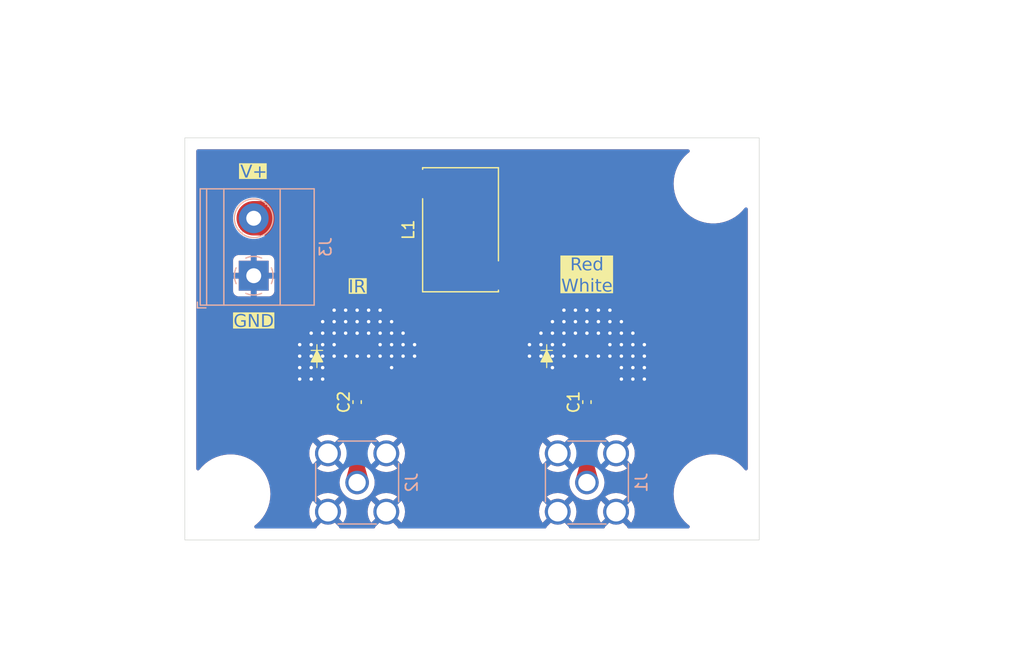
<source format=kicad_pcb>
(kicad_pcb (version 20240108) (generator "pcbnew") (generator_version "8.0")
  (layers (0 "F.Cu" signal) (31 "B.Cu" signal) (34 "B.Paste" user) (35 "F.Paste" user) (36 "B.SilkS" user "B.Silkscreen") (37 "F.SilkS" user "F.Silkscreen") (38 "B.Mask" user) (39 "F.Mask" user) (44 "Edge.Cuts" user))
  (net 0 "")
  (net 1 "GND")
  (net 2 "Net-(J1-In)")
  (net 3 "Net-(J2-In)")
  (net 4 "Net-(J3-Pin_2)")
  (net 5 "Net-(LED1-anode)")
  (footprint "MountingHole:MountingHole_3.2mm_M3_DIN965" (layer "F.Cu") (at 181 116)
    (property "Reference" "H3" (hide yes))
    (property "Value" "M3 Mounting hole")
    (pad "" np_thru_hole circle (at 0 0) (size 3.2 3.2) (drill 3.2) (layers "*.Cu" "*.Mask"))
  )
  (footprint "LumiCom_Led:SFH 47167B" (layer "F.Cu") (at 150 104)
    (property "Reference" "LED1" (hide yes))
    (property "Value" "SFH 47167B")
    (fp_line (start -4 -0.5) (end -3 -0.5) (stroke (width 0.1)) (layer "F.SilkS"))
    (fp_line (start -3.5 -1) (end -3.5 1) (stroke (width 0.1)) (layer "F.SilkS"))
    (fp_poly (pts (xy -4 0.5) (xy -3.5 -0.5) (xy -3 0.5)) (stroke (width 0.1)) (fill solid) (layer "F.SilkS"))
    (pad "1" smd rect (at 0 -1.125) (size 2.8 0.55) (layers "F.Cu" "F.Paste" "F.Mask") (net 1 "GND"))
    (pad "2" smd rect (at 0 0) (size 2.8 1) (layers "F.Cu" "F.Paste" "F.Mask") (net 1 "GND"))
    (pad "3" smd rect (at 0 1.125) (size 2.8 0.55) (layers "F.Cu" "F.Paste" "F.Mask") (net 5 "Net-(LED1-anode)"))
  )
  (footprint "LumiCom_Led:L_Wurth_WE-CAIR-5910" (layer "F.Cu") (at 159 93 90)
    (property "Reference" "L1" (at 0 -4.54 90) (layer "F.SilkS"))
    (property "Value" "206nH 3A Air coil")
    (fp_line (start 5.4 -3.3) (end 5.26 -3.3) (stroke (width 0.12)) (layer "F.SilkS"))
    (fp_line (start 2.7 -3.3) (end -5.4 -3.3) (stroke (width 0.12)) (layer "F.SilkS"))
    (fp_line (start -5.4 -3.3) (end -5.4 3.3) (stroke (width 0.12)) (layer "F.SilkS"))
    (fp_line (start 5.4 3.3) (end 5.4 -3.3) (stroke (width 0.12)) (layer "F.SilkS"))
    (fp_line (start -2.7 3.3) (end 5.4 3.3) (stroke (width 0.12)) (layer "F.SilkS"))
    (fp_line (start -5.4 3.3) (end -5.26 3.3) (stroke (width 0.12)) (layer "F.SilkS"))
    (pad "1" smd roundrect (at -3.98 1.21 270) (size 2.04 4.7) (layers "F.Cu" "F.Paste" "F.Mask") (roundrect_rratio 0.1225490196) (net 5 "Net-(LED1-anode)"))
    (pad "2" smd roundrect (at 3.98 -1.21 270) (size 2.04 4.7) (layers "F.Cu" "F.Paste" "F.Mask") (roundrect_rratio 0.1225490196) (net 4 "Net-(J3-Pin_2)"))
  )
  (footprint "MountingHole:MountingHole_3.2mm_M3_DIN965" (layer "F.Cu") (at 181 89)
    (property "Reference" "H1" (hide yes))
    (property "Value" "M3 Mounting hole")
    (pad "" np_thru_hole circle (at 0 0) (size 3.2 3.2) (drill 3.2) (layers "*.Cu" "*.Mask"))
  )
  (footprint "MountingHole:MountingHole_3.2mm_M3_DIN965" (layer "F.Cu") (at 139 116)
    (property "Reference" "H2" (hide yes))
    (property "Value" "M3 Mounting hole")
    (pad "" np_thru_hole circle (at 0 0) (size 3.2 3.2) (drill 3.2) (layers "*.Cu" "*.Mask"))
  )
  (footprint "Capacitor_SMD:C_0402_1005Metric_Pad0.74x0.62mm_HandSolder" (layer "F.Cu") (at 150 108 90)
    (property "Reference" "C2" (at 0 -1.16 90) (layer "F.SilkS"))
    (property "Value" ".1uF")
    (fp_line (start -0.115835 -0.36) (end 0.115835 -0.36) (stroke (width 0.12)) (layer "F.SilkS"))
    (fp_line (start -0.115835 0.36) (end 0.115835 0.36) (stroke (width 0.12)) (layer "F.SilkS"))
    (pad "1" smd roundrect (at -0.5675 0 90) (size 0.735 0.62) (layers "F.Cu" "F.Paste" "F.Mask") (net 3 "Net-(J2-In)"))
    (pad "2" smd roundrect (at 0.5675 0 90) (size 0.735 0.62) (layers "F.Cu" "F.Paste" "F.Mask") (net 5 "Net-(LED1-anode)"))
  )
  (footprint "LumiCom_Led:LED_CREE_XPLx" (layer "F.Cu") (at 170 104)
    (property "Reference" "LED2" (hide yes))
    (property "Value" "XPERED-L1-0000-00501")
    (fp_line (start -4 -0.5) (end -3 -0.5) (stroke (width 0.1)) (layer "F.SilkS"))
    (fp_line (start -3.5 -1) (end -3.5 1) (stroke (width 0.1)) (layer "F.SilkS"))
    (fp_poly (pts (xy -4 0.5) (xy -3.5 -0.5) (xy -3 0.5)) (stroke (width 0.1)) (fill solid) (layer "F.SilkS"))
    (pad "1" smd rect (at 0 -1.397) (size 3.302 0.508) (layers "F.Cu" "F.Paste" "F.Mask") (net 1 "GND"))
    (pad "2" smd rect (at 0 0) (size 3.302 1.2954) (layers "F.Cu" "F.Paste" "F.Mask") (net 1 "GND"))
    (pad "3" smd rect (at 0 1.397) (size 3.302 0.508) (layers "F.Cu" "F.Paste" "F.Mask") (net 5 "Net-(LED1-anode)"))
  )
  (footprint "Capacitor_SMD:C_0402_1005Metric_Pad0.74x0.62mm_HandSolder" (layer "F.Cu") (at 170 108 90)
    (property "Reference" "C1" (at 0 -1.16 90) (layer "F.SilkS"))
    (property "Value" ".1uF")
    (fp_line (start -0.115835 -0.36) (end 0.115835 -0.36) (stroke (width 0.12)) (layer "F.SilkS"))
    (fp_line (start -0.115835 0.36) (end 0.115835 0.36) (stroke (width 0.12)) (layer "F.SilkS"))
    (pad "1" smd roundrect (at -0.5675 0 90) (size 0.735 0.62) (layers "F.Cu" "F.Paste" "F.Mask") (net 2 "Net-(J1-In)"))
    (pad "2" smd roundrect (at 0.5675 0 90) (size 0.735 0.62) (layers "F.Cu" "F.Paste" "F.Mask") (net 5 "Net-(LED1-anode)"))
  )
  (footprint "TerminalBlock_Phoenix:TerminalBlock_Phoenix_MKDS-1,5-2_1x02_P5.00mm_Horizontal" (layer "B.Cu") (at 141 97 90)
    (property "Reference" "J3" (at 2.5 6.259999 -90) (layer "B.SilkS") (effects (justify mirror)))
    (property "Value" "Vdc")
    (fp_line (start -2.3 -4.9) (end -2.8 -4.9) (stroke (width 0.12)) (layer "B.SilkS"))
    (fp_line (start -2.8 -4.9) (end -2.8 -4.16) (stroke (width 0.12)) (layer "B.SilkS"))
    (fp_line (start 7.56 -4.66) (end -2.56 -4.66) (stroke (width 0.12)) (layer "B.SilkS"))
    (fp_line (start 7.56 -4.66) (end 7.56 5.261) (stroke (width 0.12)) (layer "B.SilkS"))
    (fp_line (start -2.56 -4.66) (end -2.56 5.261) (stroke (width 0.12)) (layer "B.SilkS"))
    (fp_line (start 7.56 -4.1) (end -2.56 -4.1) (stroke (width 0.12)) (layer "B.SilkS"))
    (fp_line (start 7.56 -2.6) (end -2.56 -2.6) (stroke (width 0.12)) (layer "B.SilkS"))
    (fp_line (start 3.931 -1.274) (end 3.966 -1.239) (stroke (width 0.12)) (layer "B.SilkS"))
    (fp_line (start 3.726 -1.069) (end 3.773 -1.023) (stroke (width 0.12)) (layer "B.SilkS"))
    (fp_line (start 6.228 1.023) (end 6.275 1.069) (stroke (width 0.12)) (layer "B.SilkS"))
    (fp_line (start 6.035 1.239) (end 6.07 1.275) (stroke (width 0.12)) (layer "B.SilkS"))
    (fp_line (start 7.56 2.301) (end -2.56 2.301) (stroke (width 0.12)) (layer "B.SilkS"))
    (fp_line (start 7.56 5.261) (end -2.56 5.261) (stroke (width 0.12)) (layer "B.SilkS"))
    (fp_arc (start 0 -1.679999) (mid 0.349292 -1.643287) (end 0.683318 -1.534756) (stroke (width 0.12)) (layer "B.SilkS"))
    (fp_arc (start -0.684 -1.535) (mid -0.335551 -1.646659) (end 0.028805 -1.680253) (stroke (width 0.12)) (layer "B.SilkS"))
    (fp_arc (start 1.535 -0.684) (mid 1.6805 -0.000524) (end 1.535427 0.683042) (stroke (width 0.12)) (layer "B.SilkS"))
    (fp_arc (start -1.535 0.684) (mid -1.680501 0.000524) (end -1.535427 -0.683042) (stroke (width 0.12)) (layer "B.SilkS"))
    (fp_arc (start 0.684 1.535) (mid 0.000524 1.680501) (end -0.683042 1.535427) (stroke (width 0.12)) (layer "B.SilkS"))
    (fp_circle (center 5 0) (end 6.68 0) (stroke (width 0.12)) (fill none) (layer "B.SilkS"))
    (pad "1" thru_hole rect (at 0 0 90) (size 2.6 2.6) (drill 1.3) (layers "*.Cu" "*.Mask") (net 1 "GND"))
    (pad "2" thru_hole circle (at 5 0 90) (size 2.6 2.6) (drill 1.3) (layers "*.Cu" "*.Mask") (net 4 "Net-(J3-Pin_2)"))
  )
  (footprint "LumiCom_Led:RFPC-SMA28-F" (layer "B.Cu") (at 150 115 90)
    (property "Reference" "J2" (at 0 4.75 90) (layer "B.SilkS") (effects (justify mirror)))
    (property "Value" "RFPC-SMA28-F")
    (fp_line (start 1.66 -3.61) (end -1.66 -3.61) (stroke (width 0.12)) (layer "B.SilkS"))
    (fp_line (start 3.61 -1.66) (end 3.61 1.66) (stroke (width 0.12)) (layer "B.SilkS"))
    (fp_line (start -3.61 -1.66) (end -3.61 1.66) (stroke (width 0.12)) (layer "B.SilkS"))
    (fp_line (start 1.66 3.61) (end -1.66 3.61) (stroke (width 0.12)) (layer "B.SilkS"))
    (pad "1" thru_hole circle (at 0 0 90) (size 2.05 2.05) (drill 1.5) (layers "*.Cu" "*.Mask") (net 3 "Net-(J2-In)"))
    (pad "2" thru_hole circle (at -2.54 -2.54 90) (size 2.25 2.25) (drill 1.7) (layers "*.Cu" "*.Mask") (net 1 "GND"))
    (pad "2" thru_hole circle (at -2.54 2.54 90) (size 2.25 2.25) (drill 1.7) (layers "*.Cu" "*.Mask") (net 1 "GND"))
    (pad "2" thru_hole circle (at 2.54 -2.54 90) (size 2.25 2.25) (drill 1.7) (layers "*.Cu" "*.Mask") (net 1 "GND"))
    (pad "2" thru_hole circle (at 2.54 2.54 90) (size 2.25 2.25) (drill 1.7) (layers "*.Cu" "*.Mask") (net 1 "GND"))
  )
  (footprint "LumiCom_Led:RFPC-SMA28-F" (layer "B.Cu") (at 170 115 90)
    (property "Reference" "J1" (at 0 4.75 90) (layer "B.SilkS") (effects (justify mirror)))
    (property "Value" "RFPC-SMA28-F")
    (fp_line (start 1.66 -3.61) (end -1.66 -3.61) (stroke (width 0.12)) (layer "B.SilkS"))
    (fp_line (start 3.61 -1.66) (end 3.61 1.66) (stroke (width 0.12)) (layer "B.SilkS"))
    (fp_line (start -3.61 -1.66) (end -3.61 1.66) (stroke (width 0.12)) (layer "B.SilkS"))
    (fp_line (start 1.66 3.61) (end -1.66 3.61) (stroke (width 0.12)) (layer "B.SilkS"))
    (pad "1" thru_hole circle (at 0 0 90) (size 2.05 2.05) (drill 1.5) (layers "*.Cu" "*.Mask") (net 2 "Net-(J1-In)"))
    (pad "2" thru_hole circle (at -2.54 -2.54 90) (size 2.25 2.25) (drill 1.7) (layers "*.Cu" "*.Mask") (net 1 "GND"))
    (pad "2" thru_hole circle (at -2.54 2.54 90) (size 2.25 2.25) (drill 1.7) (layers "*.Cu" "*.Mask") (net 1 "GND"))
    (pad "2" thru_hole circle (at 2.54 -2.54 90) (size 2.25 2.25) (drill 1.7) (layers "*.Cu" "*.Mask") (net 1 "GND"))
    (pad "2" thru_hole circle (at 2.54 2.54 90) (size 2.25 2.25) (drill 1.7) (layers "*.Cu" "*.Mask") (net 1 "GND"))
  )
  (gr_rect (start 135 85) (end 185 120) (stroke (width 0.05)) (fill none) (layer "Edge.Cuts"))
  (gr_text "IR" (at 150 98 0) (layer "F.SilkS" knockout) (effects (font (size 1.1 1.1) (thickness 0.1) (italic yes))))
  (gr_text "V+" (at 141 88 0) (layer "F.SilkS" knockout) (effects (font (size 1.1 1.1) (thickness 0.1) (italic yes))))
  (gr_text "GND" (at 141 101 0) (layer "F.SilkS" knockout) (effects (font (size 1.1 1.1) (thickness 0.1) (italic yes))))
  (gr_text "Red\nWhite" (at 170 97 0) (layer "F.SilkS" knockout) (effects (font (size 1.1 1.1) (thickness 0.1) (italic yes))))
  (via (at 152 102) (size 0.6) (drill 0.3) (layers "F.Cu" "B.Cu") (net 1))
  (via (at 171 102) (size 0.6) (drill 0.3) (layers "F.Cu" "B.Cu") (net 1))
  (via (at 175 103) (size 0.6) (drill 0.3) (layers "F.Cu" "B.Cu") (net 1))
  (via (at 166 104) (size 0.6) (drill 0.3) (layers "F.Cu" "B.Cu") (net 1))
  (via (at 148 101) (size 0.6) (drill 0.3) (layers "F.Cu" "B.Cu") (net 1))
  (via (at 173 104) (size 0.6) (drill 0.3) (layers "F.Cu" "B.Cu") (net 1))
  (via (at 150 100) (size 0.6) (drill 0.3) (layers "F.Cu" "B.Cu") (net 1))
  (via (at 165 103) (size 0.6) (drill 0.3) (layers "F.Cu" "B.Cu") (net 1))
  (via (at 174 105) (size 0.6) (drill 0.3) (layers "F.Cu" "B.Cu") (net 1))
  (via (at 145 106) (size 0.6) (drill 0.3) (layers "F.Cu" "B.Cu") (net 1))
  (via (at 148 102) (size 0.6) (drill 0.3) (layers "F.Cu" "B.Cu") (net 1))
  (via (at 151 101) (size 0.6) (drill 0.3) (layers "F.Cu" "B.Cu") (net 1))
  (via (at 171 100) (size 0.6) (drill 0.3) (layers "F.Cu" "B.Cu") (net 1))
  (via (at 172 103) (size 0.6) (drill 0.3) (layers "F.Cu" "B.Cu") (net 1))
  (via (at 147 104) (size 0.6) (drill 0.3) (layers "F.Cu" "B.Cu") (net 1))
  (via (at 149 102) (size 0.6) (drill 0.3) (layers "F.Cu" "B.Cu") (net 1))
  (via (at 148 103) (size 0.6) (drill 0.3) (layers "F.Cu" "B.Cu") (net 1))
  (via (at 168 102) (size 0.6) (drill 0.3) (layers "F.Cu" "B.Cu") (net 1))
  (via (at 173 105) (size 0.6) (drill 0.3) (layers "F.Cu" "B.Cu") (net 1))
  (via (at 146 105) (size 0.6) (drill 0.3) (layers "F.Cu" "B.Cu") (net 1))
  (via (at 146 102) (size 0.6) (drill 0.3) (layers "F.Cu" "B.Cu") (net 1))
  (via (at 166 103) (size 0.6) (drill 0.3) (layers "F.Cu" "B.Cu") (net 1))
  (via (at 167 104) (size 0.6) (drill 0.3) (layers "F.Cu" "B.Cu") (net 1))
  (via (at 147 103) (size 0.6) (drill 0.3) (layers "F.Cu" "B.Cu") (net 1))
  (via (at 170 100) (size 0.6) (drill 0.3) (layers "F.Cu" "B.Cu") (net 1))
  (via (at 145 104) (size 0.6) (drill 0.3) (layers "F.Cu" "B.Cu") (net 1))
  (via (at 174 102) (size 0.6) (drill 0.3) (layers "F.Cu" "B.Cu") (net 1))
  (via (at 175 104) (size 0.6) (drill 0.3) (layers "F.Cu" "B.Cu") (net 1))
  (via (at 169 100) (size 0.6) (drill 0.3) (layers "F.Cu" "B.Cu") (net 1))
  (via (at 153 105) (size 0.6) (drill 0.3) (layers "F.Cu" "B.Cu") (net 1))
  (via (at 154 102) (size 0.6) (drill 0.3) (layers "F.Cu" "B.Cu") (net 1))
  (via (at 150 104) (size 0.6) (drill 0.3) (layers "F.Cu" "B.Cu") (net 1))
  (via (at 167 103) (size 0.6) (drill 0.3) (layers "F.Cu" "B.Cu") (net 1))
  (via (at 173 106) (size 0.6) (drill 0.3) (layers "F.Cu" "B.Cu") (net 1))
  (via (at 147 101) (size 0.6) (drill 0.3) (layers "F.Cu" "B.Cu") (net 1))
  (via (at 169 104) (size 0.6) (drill 0.3) (layers "F.Cu" "B.Cu") (net 1))
  (via (at 167 101) (size 0.6) (drill 0.3) (layers "F.Cu" "B.Cu") (net 1))
  (via (at 146 104) (size 0.6) (drill 0.3) (layers "F.Cu" "B.Cu") (net 1))
  (via (at 171 101) (size 0.6) (drill 0.3) (layers "F.Cu" "B.Cu") (net 1))
  (via (at 170 102) (size 0.6) (drill 0.3) (layers "F.Cu" "B.Cu") (net 1))
  (via (at 148 100) (size 0.6) (drill 0.3) (layers "F.Cu" "B.Cu") (net 1))
  (via (at 168 100) (size 0.6) (drill 0.3) (layers "F.Cu" "B.Cu") (net 1))
  (via (at 155 103) (size 0.6) (drill 0.3) (layers "F.Cu" "B.Cu") (net 1))
  (via (at 146 106) (size 0.6) (drill 0.3) (layers "F.Cu" "B.Cu") (net 1))
  (via (at 173 101) (size 0.6) (drill 0.3) (layers "F.Cu" "B.Cu") (net 1))
  (via (at 150 102) (size 0.6) (drill 0.3) (layers "F.Cu" "B.Cu") (net 1))
  (via (at 152 100) (size 0.6) (drill 0.3) (layers "F.Cu" "B.Cu") (net 1))
  (via (at 167 102) (size 0.6) (drill 0.3) (layers "F.Cu" "B.Cu") (net 1))
  (via (at 170 101) (size 0.6) (drill 0.3) (layers "F.Cu" "B.Cu") (net 1))
  (via (at 166 102) (size 0.6) (drill 0.3) (layers "F.Cu" "B.Cu") (net 1))
  (via (at 149 101) (size 0.6) (drill 0.3) (layers "F.Cu" "B.Cu") (net 1))
  (via (at 168 101) (size 0.6) (drill 0.3) (layers "F.Cu" "B.Cu") (net 1))
  (via (at 169 102) (size 0.6) (drill 0.3) (layers "F.Cu" "B.Cu") (net 1))
  (via (at 174 103) (size 0.6) (drill 0.3) (layers "F.Cu" "B.Cu") (net 1))
  (via (at 169 101) (size 0.6) (drill 0.3) (layers "F.Cu" "B.Cu") (net 1))
  (via (at 149 104) (size 0.6) (drill 0.3) (layers "F.Cu" "B.Cu") (net 1))
  (via (at 150 101) (size 0.6) (drill 0.3) (layers "F.Cu" "B.Cu") (net 1))
  (via (at 174 104) (size 0.6) (drill 0.3) (layers "F.Cu" "B.Cu") (net 1))
  (via (at 145 103) (size 0.6) (drill 0.3) (layers "F.Cu" "B.Cu") (net 1))
  (via (at 149 100) (size 0.6) (drill 0.3) (layers "F.Cu" "B.Cu") (net 1))
  (via (at 173 102) (size 0.6) (drill 0.3) (layers "F.Cu" "B.Cu") (net 1))
  (via (at 152 104) (size 0.6) (drill 0.3) (layers "F.Cu" "B.Cu") (net 1))
  (via (at 168 103) (size 0.6) (drill 0.3) (layers "F.Cu" "B.Cu") (net 1))
  (via (at 172 102) (size 0.6) (drill 0.3) (layers "F.Cu" "B.Cu") (net 1))
  (via (at 175 105) (size 0.6) (drill 0.3) (layers "F.Cu" "B.Cu") (net 1))
  (via (at 171 104) (size 0.6) (drill 0.3) (layers "F.Cu" "B.Cu") (net 1))
  (via (at 147 102) (size 0.6) (drill 0.3) (layers "F.Cu" "B.Cu") (net 1))
  (via (at 167 105) (size 0.6) (drill 0.3) (layers "F.Cu" "B.Cu") (net 1))
  (via (at 174 106) (size 0.6) (drill 0.3) (layers "F.Cu" "B.Cu") (net 1))
  (via (at 172 101) (size 0.6) (drill 0.3) (layers "F.Cu" "B.Cu") (net 1))
  (via (at 151 102) (size 0.6) (drill 0.3) (layers "F.Cu" "B.Cu") (net 1))
  (via (at 151 104) (size 0.6) (drill 0.3) (layers "F.Cu" "B.Cu") (net 1))
  (via (at 152 101) (size 0.6) (drill 0.3) (layers "F.Cu" "B.Cu") (net 1))
  (via (at 147 105) (size 0.6) (drill 0.3) (layers "F.Cu" "B.Cu") (net 1))
  (via (at 153 101) (size 0.6) (drill 0.3) (layers "F.Cu" "B.Cu") (net 1))
  (via (at 152 103) (size 0.6) (drill 0.3) (layers "F.Cu" "B.Cu") (net 1))
  (via (at 147 106) (size 0.6) (drill 0.3) (layers "F.Cu" "B.Cu") (net 1))
  (via (at 153 103) (size 0.6) (drill 0.3) (layers "F.Cu" "B.Cu") (net 1))
  (via (at 151 100) (size 0.6) (drill 0.3) (layers "F.Cu" "B.Cu") (net 1))
  (via (at 165 104) (size 0.6) (drill 0.3) (layers "F.Cu" "B.Cu") (net 1))
  (via (at 153 102) (size 0.6) (drill 0.3) (layers "F.Cu" "B.Cu") (net 1))
  (via (at 148 104) (size 0.6) (drill 0.3) (layers "F.Cu" "B.Cu") (net 1))
  (via (at 173 103) (size 0.6) (drill 0.3) (layers "F.Cu" "B.Cu") (net 1))
  (via (at 154 103) (size 0.6) (drill 0.3) (layers "F.Cu" "B.Cu") (net 1))
  (via (at 153 104) (size 0.6) (drill 0.3) (layers "F.Cu" "B.Cu") (net 1))
  (via (at 170 104) (size 0.6) (drill 0.3) (layers "F.Cu" "B.Cu") (net 1))
  (via (at 146 103) (size 0.6) (drill 0.3) (layers "F.Cu" "B.Cu") (net 1))
  (via (at 145 105) (size 0.6) (drill 0.3) (layers "F.Cu" "B.Cu") (net 1))
  (via (at 175 106) (size 0.6) (drill 0.3) (layers "F.Cu" "B.Cu") (net 1))
  (via (at 155 104) (size 0.6) (drill 0.3) (layers "F.Cu" "B.Cu") (net 1))
  (via (at 154 104) (size 0.6) (drill 0.3) (layers "F.Cu" "B.Cu") (net 1))
  (via (at 172 100) (size 0.6) (drill 0.3) (layers "F.Cu" "B.Cu") (net 1))
  (via (at 168 104) (size 0.6) (drill 0.3) (layers "F.Cu" "B.Cu") (net 1))
  (via (at 172 104) (size 0.6) (drill 0.3) (layers "F.Cu" "B.Cu") (net 1))
  (segment (start 170 115) (end 170 108.8625) (width 1) (layer "F.Cu") (net 2))
  (segment (start 150 108.5675) (end 150 115) (width 1) (layer "F.Cu") (net 3))
  (segment (start 149.805001 89) (end 149.785001 89.02) (width 3) (layer "F.Cu") (net 4))
  (segment (start 146 89) (end 143 92) (width 3) (layer "F.Cu") (net 4))
  (segment (start 154 89) (end 154.02 89.02) (width 2) (layer "F.Cu") (net 4))
  (segment (start 154 89) (end 149.805001 89) (width 3) (layer "F.Cu") (net 4))
  (segment (start 143 92) (end 141 92) (width 3) (layer "F.Cu") (net 4))
  (segment (start 149.785001 89.02) (end 149.765001 89) (width 3) (layer "F.Cu") (net 4))
  (segment (start 149.765001 89) (end 146 89) (width 3) (layer "F.Cu") (net 4))
  (segment (start 154.02 89.02) (end 157.79 89.02) (width 2) (layer "F.Cu") (net 4))
  (segment (start 160.21 97.79) (end 160 98) (width 2) (layer "F.Cu") (net 5))
  (segment (start 157 107) (end 155.000781 107) (width 3) (layer "F.Cu") (net 5))
  (segment (start 163 107) (end 165 107) (width 3) (layer "F.Cu") (net 5))
  (segment (start 155 107.000781) (end 150.375663 107.000781) (width 0.5) (layer "F.Cu") (net 5))
  (segment (start 160 98) (end 160 104) (width 3) (layer "F.Cu") (net 5))
  (segment (start 155.000781 107) (end 155 107.000781) (width 3) (layer "F.Cu") (net 5))
  (segment (start 165 107) (end 169.5675 107) (width 0.5) (layer "F.Cu") (net 5))
  (segment (start 160.21 96.98) (end 160.21 97.79) (width 2) (layer "F.Cu") (net 5))
  (arc (start 150.375663 107.000781) (mid 150.107329 107.147333) (end 150 107.4325) (width 0.5) (layer "F.Cu") (net 5))
  (arc (start 169.5675 107) (mid 169.873324 107.126676) (end 170 107.4325) (width 0.5) (layer "F.Cu") (net 5))
  (arc (start 160 104) (mid 159.12132 106.12132) (end 157 107) (width 3) (layer "F.Cu") (net 5))
  (arc (start 160 104) (mid 160.87868 106.12132) (end 163 107) (width 3) (layer "F.Cu") (net 5))
  (zone (net 5) (net_name "Net-(LED1-anode)") (layer "F.Cu") (priority 10) (connect_pads yes (clearance 0.5)) (min_thickness 0.1) (fill yes (thermal_gap 0.5) (thermal_bridge_width 0.5) (island_removal_mode 1) (island_area_min 10))
    (polygon (pts (xy 149.7 107.2) (xy 148.6 105.4) (xy 151.4 105.4) (xy 150.3 107.2)))
  )
  (zone (net 5) (net_name "Net-(LED1-anode)") (layer "F.Cu") (priority 10) (connect_pads yes (clearance 0.5)) (min_thickness 0.1) (fill yes (thermal_gap 0.5) (thermal_bridge_width 0.5) (island_removal_mode 1) (island_area_min 10))
    (polygon (pts (xy 169.7 107.2) (xy 168.4 105.6) (xy 171.6 105.6) (xy 170.3 107.2)))
  )
  (zone (net 1) (net_name "GND") (layers "F&B.Cu") (connect_pads thru_hole_only (clearance 0.5)) (min_thickness 0.3) (fill yes (thermal_gap 0.5) (thermal_bridge_width 0.5))
    (polygon (pts (xy 136 86) (xy 184 86) (xy 184 119) (xy 136 119)))
  )
)
</source>
